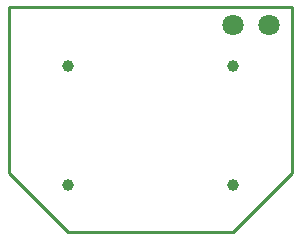
<source format=gtl>
G04*
G04 #@! TF.GenerationSoftware,Altium Limited,Altium Designer,21.6.4 (81)*
G04*
G04 Layer_Physical_Order=1*
G04 Layer_Color=255*
%FSLAX25Y25*%
%MOIN*%
G70*
G04*
G04 #@! TF.SameCoordinates,DCEF65EA-FCDF-413F-B0EF-4AA9E0A8AFDD*
G04*
G04*
G04 #@! TF.FilePolarity,Positive*
G04*
G01*
G75*
%ADD10C,0.01000*%
%ADD13C,0.07087*%
%ADD14C,0.03937*%
D10*
X-19685Y74803D02*
X74803D01*
Y19685D02*
Y74803D01*
X55118Y0D02*
X74803Y19685D01*
X0Y0D02*
X55118D01*
X-19685Y19685D02*
X0Y0D01*
X-19685Y19685D02*
Y74803D01*
D13*
X55118Y68898D02*
D03*
X66929D02*
D03*
D14*
X55118Y15748D02*
D03*
Y55118D02*
D03*
X0Y15748D02*
D03*
Y55118D02*
D03*
M02*

</source>
